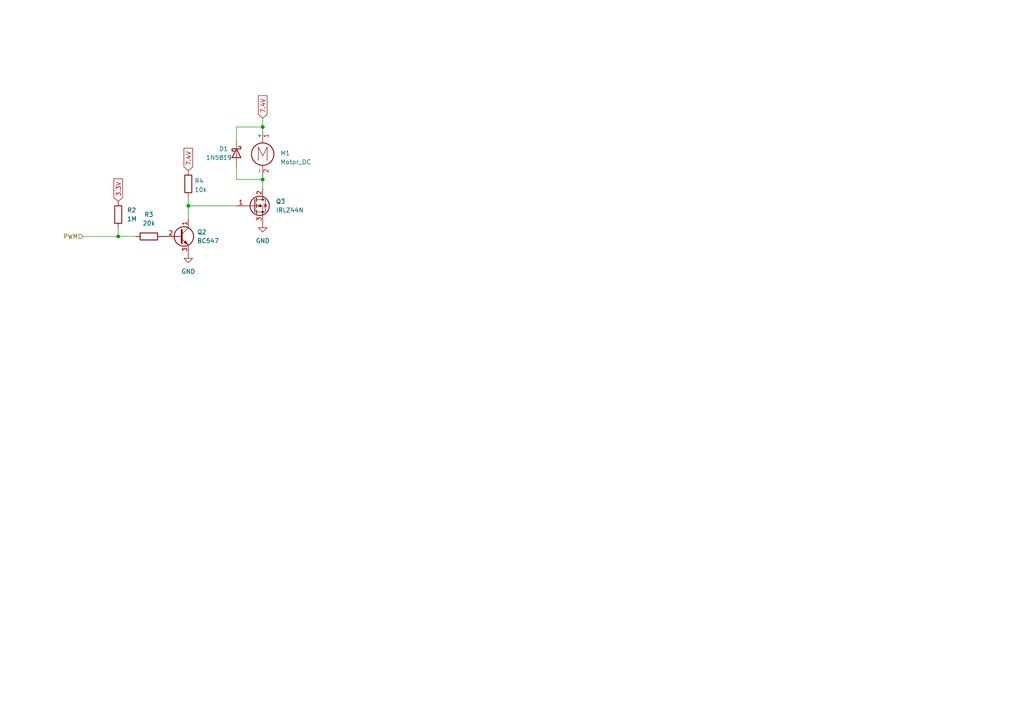
<source format=kicad_sch>
(kicad_sch (version 20211123) (generator eeschema)
  (paper "A4")
  (lib_symbols
    (symbol "Device:R" (pin_numbers hide) (pin_names (offset 0))
      (property "Reference" "R" (at 2.032 0 90))
      (property "Value" "R" (at 0 0 90))
      (symbol "R_0_1"
        (rectangle (start -1.016 -2.54) (end 1.016 2.54) (stroke (width 0.254)))
      )
      (symbol "R_1_1"
        (pin passive line (at 0 3.81 270) (length 1.27) (name "~") (number "1"))
        (pin passive line (at 0 -3.81 90) (length 1.27) (name "~") (number "2"))
      )
    )
    (symbol "Diode:1N5819" (pin_numbers hide) (pin_names (offset 1.016) hide)
      (property "Reference" "D" (at 0 2.54 0))
      (property "Value" "1N5819" (at 0 -2.54 0))
      (symbol "1N5819_0_1"
        (polyline (pts (xy 1.27 0) (xy -1.27 0)))
        (polyline (pts (xy 1.27 1.27) (xy 1.27 -1.27) (xy -1.27 0) (xy 1.27 1.27)) (stroke (width 0.254)))
        (polyline (pts (xy -1.905 0.635) (xy -1.905 1.27) (xy -1.27 1.27) (xy -1.27 -1.27) (xy -0.635 -1.27) (xy -0.635 -0.635)) (stroke (width 0.254)))
      )
      (symbol "1N5819_1_1"
        (pin passive line (at -3.81 0 0) (length 2.54) (name "K") (number "1"))
        (pin passive line (at 3.81 0 180) (length 2.54) (name "A") (number "2"))
      )
    )
    (symbol "Motor:Motor_DC" (pin_names (offset 0))
      (property "Reference" "M" (at 2.54 2.54 0))
      (property "Value" "Motor_DC" (at 2.54 -5.08 0))
      (symbol "Motor_DC_0_0"
        (polyline (pts (xy -1.27 -3.302) (xy -1.27 0.508) (xy 0 -2.032) (xy 1.27 0.508) (xy 1.27 -3.302)))
      )
      (symbol "Motor_DC_0_1"
        (circle (center 0 -1.524) (radius 3.2512) (stroke (width 0.254)))
        (polyline (pts (xy 0 -7.62) (xy 0 -7.112)))
        (polyline (pts (xy 0 -4.7752) (xy 0 -5.1816)))
        (polyline (pts (xy 0 1.7272) (xy 0 2.0828)))
        (polyline (pts (xy 0 2.032) (xy 0 2.54)))
      )
      (symbol "Motor_DC_1_1"
        (pin passive line (at 0 5.08 270) (length 2.54) (name "+") (number "1"))
        (pin passive line (at 0 -7.62 90) (length 2.54) (name "-") (number "2"))
      )
    )
    (symbol "Transistor_BJT:BC547" (pin_names (offset 0) hide)
      (property "Reference" "Q" (at 5.08 1.905 0))
      (property "Value" "BC547" (at 5.08 0 0))
      (symbol "BC547_0_1"
        (polyline (pts (xy 0 0) (xy 0.635 0)))
        (polyline (pts (xy 0.635 0.635) (xy 2.54 2.54)))
        (polyline (pts (xy 0.635 -0.635) (xy 2.54 -2.54) (xy 2.54 -2.54)))
        (polyline (pts (xy 0.635 1.905) (xy 0.635 -1.905) (xy 0.635 -1.905)) (stroke (width 0.508)))
        (polyline (pts (xy 1.27 -1.778) (xy 1.778 -1.27) (xy 2.286 -2.286) (xy 1.27 -1.778) (xy 1.27 -1.778)) (fill (type outline)))
        (circle (center 1.27 0) (radius 2.8194) (stroke (width 0.254)))
      )
      (symbol "BC547_1_1"
        (pin passive line (at 2.54 5.08 270) (length 2.54) (name "C") (number "1"))
        (pin input line (at -5.08 0 0) (length 5.08) (name "B") (number "2"))
        (pin passive line (at 2.54 -5.08 90) (length 2.54) (name "E") (number "3"))
      )
    )
    (symbol "Transistor_FET:IRLZ44N" (pin_names hide)
      (property "Reference" "Q" (at 6.35 1.905 0))
      (property "Value" "IRLZ44N" (at 6.35 0 0))
      (symbol "IRLZ44N_0_1"
        (polyline (pts (xy 0.254 0) (xy -2.54 0)))
        (polyline (pts (xy 0.254 1.905) (xy 0.254 -1.905)) (stroke (width 0.254)))
        (polyline (pts (xy 0.762 -1.27) (xy 0.762 -2.286)) (stroke (width 0.254)))
        (polyline (pts (xy 0.762 0.508) (xy 0.762 -0.508)) (stroke (width 0.254)))
        (polyline (pts (xy 0.762 2.286) (xy 0.762 1.27)) (stroke (width 0.254)))
        (polyline (pts (xy 2.54 2.54) (xy 2.54 1.778)))
        (polyline (pts (xy 2.54 -2.54) (xy 2.54 0) (xy 0.762 0)))
        (polyline (pts (xy 0.762 -1.778) (xy 3.302 -1.778) (xy 3.302 1.778) (xy 0.762 1.778)))
        (polyline (pts (xy 1.016 0) (xy 2.032 0.381) (xy 2.032 -0.381) (xy 1.016 0)) (fill (type outline)))
        (polyline (pts (xy 2.794 0.508) (xy 2.921 0.381) (xy 3.683 0.381) (xy 3.81 0.254)))
        (polyline (pts (xy 3.302 0.381) (xy 2.921 -0.254) (xy 3.683 -0.254) (xy 3.302 0.381)))
        (circle (center 1.651 0) (radius 2.794) (stroke (width 0.254)))
        (circle (center 2.54 -1.778) (radius 0.254) (fill (type outline)))
        (circle (center 2.54 1.778) (radius 0.254) (fill (type outline)))
      )
      (symbol "IRLZ44N_1_1"
        (pin input line (at -5.08 0 0) (length 2.54) (name "G") (number "1"))
        (pin passive line (at 2.54 5.08 270) (length 2.54) (name "D") (number "2"))
        (pin passive line (at 2.54 -5.08 90) (length 2.54) (name "S") (number "3"))
      )
    )
    (symbol "power:GND" (power) (pin_names (offset 0))
      (property "Value" "GND" (at 0 -3.81 0))
      (symbol "GND_0_1"
        (polyline (pts (xy 0 0) (xy 0 -1.27) (xy 1.27 -1.27) (xy 0 -2.54) (xy -1.27 -1.27) (xy 0 -1.27)))
      )
      (symbol "GND_1_1"
        (pin power_in line (at 0 0 270) (length 0) hide (name "GND") (number "1"))
      )
    )
  )
  (junction (at 54.61 59.69))
  (junction (at 76.2 36.83))
  (junction (at 76.2 52.07))
  (junction (at 34.29 68.58))
  (wire (pts (xy 76.2 52.07) (xy 76.2 54.61)))
  (wire (pts (xy 68.58 36.83) (xy 76.2 36.83)))
  (wire (pts (xy 68.58 52.07) (xy 76.2 52.07)))
  (wire (pts (xy 54.61 59.69) (xy 54.61 57.15)))
  (wire (pts (xy 76.2 50.8) (xy 76.2 52.07)))
  (wire (pts (xy 68.58 40.64) (xy 68.58 36.83)))
  (wire (pts (xy 76.2 36.83) (xy 76.2 38.1)))
  (wire (pts (xy 68.58 59.69) (xy 54.61 59.69)))
  (wire (pts (xy 24.13 68.58) (xy 34.29 68.58)))
  (wire (pts (xy 34.29 68.58) (xy 39.37 68.58)))
  (wire (pts (xy 76.2 34.29) (xy 76.2 36.83)))
  (wire (pts (xy 68.58 48.26) (xy 68.58 52.07)))
  (wire (pts (xy 54.61 59.69) (xy 54.61 63.5)))
  (wire (pts (xy 34.29 66.04) (xy 34.29 68.58)))
  (global_label "7.4V" (shape input) (at 54.61 49.53 90) (property "Intersheet References" "${INTERSHEET_REFS}" (effects hide)))
  (global_label "7.4V" (shape input) (at 76.2 34.29 90) (property "Intersheet References" "${INTERSHEET_REFS}" (effects hide)))
  (global_label "3.3V" (shape input) (at 34.29 58.42 90) (property "Intersheet References" "${INTERSHEET_REFS}" (effects hide)))
  (hierarchical_label "PWM" (shape input) (at 24.13 68.58 180))
  (symbol (lib_id "power:GND") (at 54.61 73.66 0) (unit 1)
    (property "Reference" "#PWR0115" (effects hide))
    (property "Value" "GND" (at 54.61 78.74 0))
  )
  (symbol (lib_id "Device:R") (at 34.29 62.23 0) (unit 1)
    (property "Reference" "R2" (at 36.83 60.9599 0) (effects (justify left)))
    (property "Value" "1M" (at 36.83 63.4999 0) (effects (justify left)))
    (property "Footprint" "Resistor_SMD:R_0603_1608Metric" (effects hide))
  )
  (symbol (lib_id "Diode:1N5819") (at 68.58 44.45 270) (unit 1)
    (property "Reference" "D1" (at 63.5 43.18 90) (effects (justify left)))
    (property "Value" "1N5819" (at 59.69 45.72 90) (effects (justify left)))
    (property "Footprint" "Diode_THT:D_DO-41_SOD81_P10.16mm_Horizontal" (effects hide))
    (property "Datasheet" "http://www.vishay.com/docs/88525/1n5817.pdf" (effects hide))
  )
  (symbol (lib_id "Device:R") (at 43.18 68.58 90) (unit 1)
    (property "Reference" "R3" (at 43.18 62.23 90))
    (property "Value" "20k" (at 43.18 64.77 90))
    (property "Footprint" "Resistor_SMD:R_0603_1608Metric" (effects hide))
  )
  (symbol (lib_id "Transistor_BJT:BC547") (at 52.07 68.58 0) (unit 1)
    (property "Reference" "Q2" (at 57.15 67.3099 0) (effects (justify left)))
    (property "Value" "BC547" (at 57.15 69.8499 0) (effects (justify left)))
    (property "Footprint" "Package_TO_SOT_THT:TO-92_Inline" (effects hide))
    (property "Datasheet" "https://www.onsemi.com/pub/Collateral/BC550-D.pdf" (effects hide))
  )
  (symbol (lib_id "power:GND") (at 76.2 64.77 0) (unit 1)
    (property "Reference" "#PWR0114" (effects hide))
    (property "Value" "GND" (at 76.2 69.85 0))
  )
  (symbol (lib_id "Device:R") (at 54.61 53.34 0) (unit 1)
    (property "Reference" "R4" (at 56.388 52.5053 0) (effects (justify left)))
    (property "Value" "10k" (at 56.388 55.0422 0) (effects (justify left)))
    (property "Footprint" "Resistor_SMD:R_0603_1608Metric" (effects hide))
  )
  (symbol (lib_id "Transistor_FET:IRLZ44N") (at 73.66 59.69 0) (unit 1)
    (property "Reference" "Q3" (at 80.01 58.4199 0) (effects (justify left)))
    (property "Value" "IRLZ44N" (at 80.01 60.9599 0) (effects (justify left)))
    (property "Footprint" "Package_TO_SOT_THT:TO-220-3_Vertical" (effects hide))
    (property "Datasheet" "http://www.irf.com/product-info/datasheets/data/irlz44n.pdf" (effects hide))
  )
  (symbol (lib_id "Motor:Motor_DC") (at 76.2 43.18 0) (unit 1)
    (property "Reference" "M1" (at 81.28 44.4499 0) (effects (justify left)))
    (property "Value" "Motor_DC" (at 81.28 46.9899 0) (effects (justify left)))
    (property "Footprint" "Connector_PinHeader_2.54mm:PinHeader_1x02_P2.54mm_Vertical" (effects hide))
  )
)
</source>
